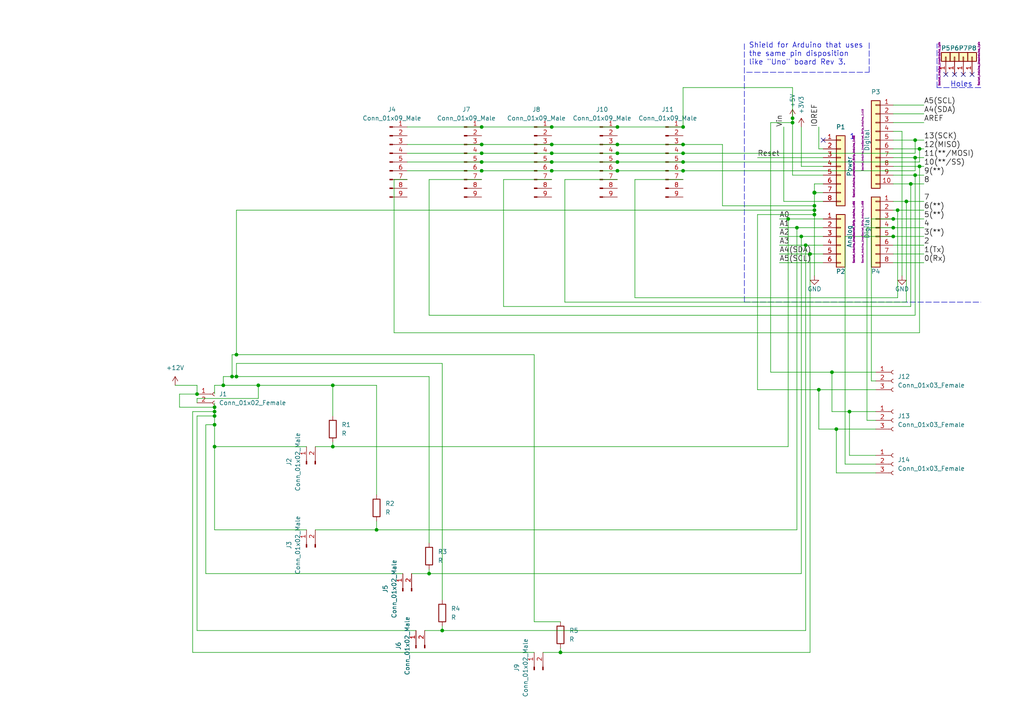
<source format=kicad_sch>
(kicad_sch (version 20211123) (generator eeschema)
  (paper "A4")
  (title_block (date "lun. 30 mars 2015"))
  (lib_symbols
    (symbol "Connector:Conn_01x02_Female" (pin_names (offset 1.016) hide)
      (property "Reference" "J" (at 0 2.54 0))
      (property "Value" "Conn_01x02_Female" (at 0 -5.08 0))
      (symbol "Conn_01x02_Female_1_1"
        (arc (start 0 -2.032) (mid -0.508 -2.54) (end 0 -3.048) (stroke (width 0.1524)))
        (polyline (pts (xy -1.27 -2.54) (xy -0.508 -2.54)) (stroke (width 0.1524)))
        (polyline (pts (xy -1.27 0) (xy -0.508 0)) (stroke (width 0.1524)))
        (arc (start 0 0.508) (mid -0.508 0) (end 0 -0.508) (stroke (width 0.1524)))
        (pin passive line (at -5.08 0 0) (length 3.81) (name "Pin_1") (number "1"))
        (pin passive line (at -5.08 -2.54 0) (length 3.81) (name "Pin_2") (number "2"))
      )
    )
    (symbol "Connector:Conn_01x02_Male" (pin_names (offset 1.016) hide)
      (property "Reference" "J" (at 0 2.54 0))
      (property "Value" "Conn_01x02_Male" (at 0 -5.08 0))
      (symbol "Conn_01x02_Male_1_1"
        (polyline (pts (xy 1.27 -2.54) (xy 0.8636 -2.54)) (stroke (width 0.1524)))
        (polyline (pts (xy 1.27 0) (xy 0.8636 0)) (stroke (width 0.1524)))
        (rectangle (start 0.8636 -2.413) (end 0 -2.667) (stroke (width 0.1524)) (fill (type outline)))
        (rectangle (start 0.8636 0.127) (end 0 -0.127) (stroke (width 0.1524)) (fill (type outline)))
        (pin passive line (at 5.08 0 180) (length 3.81) (name "Pin_1") (number "1"))
        (pin passive line (at 5.08 -2.54 180) (length 3.81) (name "Pin_2") (number "2"))
      )
    )
    (symbol "Connector:Conn_01x03_Female" (pin_names (offset 1.016) hide)
      (property "Reference" "J" (at 0 5.08 0))
      (property "Value" "Conn_01x03_Female" (at 0 -5.08 0))
      (symbol "Conn_01x03_Female_1_1"
        (arc (start 0 -2.032) (mid -0.508 -2.54) (end 0 -3.048) (stroke (width 0.1524)))
        (polyline (pts (xy -1.27 -2.54) (xy -0.508 -2.54)) (stroke (width 0.1524)))
        (polyline (pts (xy -1.27 0) (xy -0.508 0)) (stroke (width 0.1524)))
        (polyline (pts (xy -1.27 2.54) (xy -0.508 2.54)) (stroke (width 0.1524)))
        (arc (start 0 0.508) (mid -0.508 0) (end 0 -0.508) (stroke (width 0.1524)))
        (arc (start 0 3.048) (mid -0.508 2.54) (end 0 2.032) (stroke (width 0.1524)))
        (pin passive line (at -5.08 2.54 0) (length 3.81) (name "Pin_1") (number "1"))
        (pin passive line (at -5.08 0 0) (length 3.81) (name "Pin_2") (number "2"))
        (pin passive line (at -5.08 -2.54 0) (length 3.81) (name "Pin_3") (number "3"))
      )
    )
    (symbol "Connector:Conn_01x09_Male" (pin_names (offset 1.016) hide)
      (property "Reference" "J" (at 0 12.7 0))
      (property "Value" "Conn_01x09_Male" (at 0 -12.7 0))
      (symbol "Conn_01x09_Male_1_1"
        (polyline (pts (xy 1.27 -10.16) (xy 0.8636 -10.16)) (stroke (width 0.1524)))
        (polyline (pts (xy 1.27 -7.62) (xy 0.8636 -7.62)) (stroke (width 0.1524)))
        (polyline (pts (xy 1.27 -5.08) (xy 0.8636 -5.08)) (stroke (width 0.1524)))
        (polyline (pts (xy 1.27 -2.54) (xy 0.8636 -2.54)) (stroke (width 0.1524)))
        (polyline (pts (xy 1.27 0) (xy 0.8636 0)) (stroke (width 0.1524)))
        (polyline (pts (xy 1.27 2.54) (xy 0.8636 2.54)) (stroke (width 0.1524)))
        (polyline (pts (xy 1.27 5.08) (xy 0.8636 5.08)) (stroke (width 0.1524)))
        (polyline (pts (xy 1.27 7.62) (xy 0.8636 7.62)) (stroke (width 0.1524)))
        (polyline (pts (xy 1.27 10.16) (xy 0.8636 10.16)) (stroke (width 0.1524)))
        (rectangle (start 0.8636 -10.033) (end 0 -10.287) (stroke (width 0.1524)) (fill (type outline)))
        (rectangle (start 0.8636 -7.493) (end 0 -7.747) (stroke (width 0.1524)) (fill (type outline)))
        (rectangle (start 0.8636 -4.953) (end 0 -5.207) (stroke (width 0.1524)) (fill (type outline)))
        (rectangle (start 0.8636 -2.413) (end 0 -2.667) (stroke (width 0.1524)) (fill (type outline)))
        (rectangle (start 0.8636 0.127) (end 0 -0.127) (stroke (width 0.1524)) (fill (type outline)))
        (rectangle (start 0.8636 2.667) (end 0 2.413) (stroke (width 0.1524)) (fill (type outline)))
        (rectangle (start 0.8636 5.207) (end 0 4.953) (stroke (width 0.1524)) (fill (type outline)))
        (rectangle (start 0.8636 7.747) (end 0 7.493) (stroke (width 0.1524)) (fill (type outline)))
        (rectangle (start 0.8636 10.287) (end 0 10.033) (stroke (width 0.1524)) (fill (type outline)))
        (pin passive line (at 5.08 10.16 180) (length 3.81) (name "Pin_1") (number "1"))
        (pin passive line (at 5.08 7.62 180) (length 3.81) (name "Pin_2") (number "2"))
        (pin passive line (at 5.08 5.08 180) (length 3.81) (name "Pin_3") (number "3"))
        (pin passive line (at 5.08 2.54 180) (length 3.81) (name "Pin_4") (number "4"))
        (pin passive line (at 5.08 0 180) (length 3.81) (name "Pin_5") (number "5"))
        (pin passive line (at 5.08 -2.54 180) (length 3.81) (name "Pin_6") (number "6"))
        (pin passive line (at 5.08 -5.08 180) (length 3.81) (name "Pin_7") (number "7"))
        (pin passive line (at 5.08 -7.62 180) (length 3.81) (name "Pin_8") (number "8"))
        (pin passive line (at 5.08 -10.16 180) (length 3.81) (name "Pin_9") (number "9"))
      )
    )
    (symbol "Connector_Generic:Conn_01x01" (pin_names (offset 1.016) hide)
      (property "Reference" "J" (at 0 2.54 0))
      (property "Value" "Conn_01x01" (at 0 -2.54 0))
      (symbol "Conn_01x01_1_1"
        (rectangle (start -1.27 0.127) (end 0 -0.127) (stroke (width 0.1524)))
        (rectangle (start -1.27 1.27) (end 1.27 -1.27) (stroke (width 0.254)) (fill (type background)))
        (pin passive line (at -5.08 0 0) (length 3.81) (name "Pin_1") (number "1"))
      )
    )
    (symbol "Connector_Generic:Conn_01x06" (pin_names (offset 1.016) hide)
      (property "Reference" "J" (at 0 7.62 0))
      (property "Value" "Conn_01x06" (at 0 -10.16 0))
      (symbol "Conn_01x06_1_1"
        (rectangle (start -1.27 -7.493) (end 0 -7.747) (stroke (width 0.1524)))
        (rectangle (start -1.27 -4.953) (end 0 -5.207) (stroke (width 0.1524)))
        (rectangle (start -1.27 -2.413) (end 0 -2.667) (stroke (width 0.1524)))
        (rectangle (start -1.27 0.127) (end 0 -0.127) (stroke (width 0.1524)))
        (rectangle (start -1.27 2.667) (end 0 2.413) (stroke (width 0.1524)))
        (rectangle (start -1.27 5.207) (end 0 4.953) (stroke (width 0.1524)))
        (rectangle (start -1.27 6.35) (end 1.27 -8.89) (stroke (width 0.254)) (fill (type background)))
        (pin passive line (at -5.08 5.08 0) (length 3.81) (name "Pin_1") (number "1"))
        (pin passive line (at -5.08 2.54 0) (length 3.81) (name "Pin_2") (number "2"))
        (pin passive line (at -5.08 0 0) (length 3.81) (name "Pin_3") (number "3"))
        (pin passive line (at -5.08 -2.54 0) (length 3.81) (name "Pin_4") (number "4"))
        (pin passive line (at -5.08 -5.08 0) (length 3.81) (name "Pin_5") (number "5"))
        (pin passive line (at -5.08 -7.62 0) (length 3.81) (name "Pin_6") (number "6"))
      )
    )
    (symbol "Connector_Generic:Conn_01x08" (pin_names (offset 1.016) hide)
      (property "Reference" "J" (at 0 10.16 0))
      (property "Value" "Conn_01x08" (at 0 -12.7 0))
      (symbol "Conn_01x08_1_1"
        (rectangle (start -1.27 -10.033) (end 0 -10.287) (stroke (width 0.1524)))
        (rectangle (start -1.27 -7.493) (end 0 -7.747) (stroke (width 0.1524)))
        (rectangle (start -1.27 -4.953) (end 0 -5.207) (stroke (width 0.1524)))
        (rectangle (start -1.27 -2.413) (end 0 -2.667) (stroke (width 0.1524)))
        (rectangle (start -1.27 0.127) (end 0 -0.127) (stroke (width 0.1524)))
        (rectangle (start -1.27 2.667) (end 0 2.413) (stroke (width 0.1524)))
        (rectangle (start -1.27 5.207) (end 0 4.953) (stroke (width 0.1524)))
        (rectangle (start -1.27 7.747) (end 0 7.493) (stroke (width 0.1524)))
        (rectangle (start -1.27 8.89) (end 1.27 -11.43) (stroke (width 0.254)) (fill (type background)))
        (pin passive line (at -5.08 7.62 0) (length 3.81) (name "Pin_1") (number "1"))
        (pin passive line (at -5.08 5.08 0) (length 3.81) (name "Pin_2") (number "2"))
        (pin passive line (at -5.08 2.54 0) (length 3.81) (name "Pin_3") (number "3"))
        (pin passive line (at -5.08 0 0) (length 3.81) (name "Pin_4") (number "4"))
        (pin passive line (at -5.08 -2.54 0) (length 3.81) (name "Pin_5") (number "5"))
        (pin passive line (at -5.08 -5.08 0) (length 3.81) (name "Pin_6") (number "6"))
        (pin passive line (at -5.08 -7.62 0) (length 3.81) (name "Pin_7") (number "7"))
        (pin passive line (at -5.08 -10.16 0) (length 3.81) (name "Pin_8") (number "8"))
      )
    )
    (symbol "Connector_Generic:Conn_01x10" (pin_names (offset 1.016) hide)
      (property "Reference" "J" (at 0 12.7 0))
      (property "Value" "Conn_01x10" (at 0 -15.24 0))
      (symbol "Conn_01x10_1_1"
        (rectangle (start -1.27 -12.573) (end 0 -12.827) (stroke (width 0.1524)))
        (rectangle (start -1.27 -10.033) (end 0 -10.287) (stroke (width 0.1524)))
        (rectangle (start -1.27 -7.493) (end 0 -7.747) (stroke (width 0.1524)))
        (rectangle (start -1.27 -4.953) (end 0 -5.207) (stroke (width 0.1524)))
        (rectangle (start -1.27 -2.413) (end 0 -2.667) (stroke (width 0.1524)))
        (rectangle (start -1.27 0.127) (end 0 -0.127) (stroke (width 0.1524)))
        (rectangle (start -1.27 2.667) (end 0 2.413) (stroke (width 0.1524)))
        (rectangle (start -1.27 5.207) (end 0 4.953) (stroke (width 0.1524)))
        (rectangle (start -1.27 7.747) (end 0 7.493) (stroke (width 0.1524)))
        (rectangle (start -1.27 10.287) (end 0 10.033) (stroke (width 0.1524)))
        (rectangle (start -1.27 11.43) (end 1.27 -13.97) (stroke (width 0.254)) (fill (type background)))
        (pin passive line (at -5.08 10.16 0) (length 3.81) (name "Pin_1") (number "1"))
        (pin passive line (at -5.08 -12.7 0) (length 3.81) (name "Pin_10") (number "10"))
        (pin passive line (at -5.08 7.62 0) (length 3.81) (name "Pin_2") (number "2"))
        (pin passive line (at -5.08 5.08 0) (length 3.81) (name "Pin_3") (number "3"))
        (pin passive line (at -5.08 2.54 0) (length 3.81) (name "Pin_4") (number "4"))
        (pin passive line (at -5.08 0 0) (length 3.81) (name "Pin_5") (number "5"))
        (pin passive line (at -5.08 -2.54 0) (length 3.81) (name "Pin_6") (number "6"))
        (pin passive line (at -5.08 -5.08 0) (length 3.81) (name "Pin_7") (number "7"))
        (pin passive line (at -5.08 -7.62 0) (length 3.81) (name "Pin_8") (number "8"))
        (pin passive line (at -5.08 -10.16 0) (length 3.81) (name "Pin_9") (number "9"))
      )
    )
    (symbol "Device:R" (pin_numbers hide) (pin_names (offset 0))
      (property "Reference" "R" (at 2.032 0 90))
      (property "Value" "R" (at 0 0 90))
      (symbol "R_0_1"
        (rectangle (start -1.016 -2.54) (end 1.016 2.54) (stroke (width 0.254)))
      )
      (symbol "R_1_1"
        (pin passive line (at 0 3.81 270) (length 1.27) (name "~") (number "1"))
        (pin passive line (at 0 -3.81 90) (length 1.27) (name "~") (number "2"))
      )
    )
    (symbol "power:+12V" (power) (pin_names (offset 0))
      (property "Value" "+12V" (at 0 3.556 0))
      (symbol "+12V_0_1"
        (polyline (pts (xy -0.762 1.27) (xy 0 2.54)))
        (polyline (pts (xy 0 0) (xy 0 2.54)))
        (polyline (pts (xy 0 2.54) (xy 0.762 1.27)))
      )
      (symbol "+12V_1_1"
        (pin power_in line (at 0 0 90) (length 0) hide (name "+12V") (number "1"))
      )
    )
    (symbol "power:+3.3V" (power) (pin_names (offset 0))
      (property "Value" "+3.3V" (at 0 3.556 0))
      (symbol "+3.3V_0_1"
        (polyline (pts (xy -0.762 1.27) (xy 0 2.54)))
        (polyline (pts (xy 0 0) (xy 0 2.54)))
        (polyline (pts (xy 0 2.54) (xy 0.762 1.27)))
      )
      (symbol "+3.3V_1_1"
        (pin power_in line (at 0 0 90) (length 0) hide (name "+3V3") (number "1"))
      )
    )
    (symbol "power:+5V" (power) (pin_names (offset 0))
      (property "Value" "+5V" (at 0 3.556 0))
      (symbol "+5V_0_1"
        (polyline (pts (xy -0.762 1.27) (xy 0 2.54)))
        (polyline (pts (xy 0 0) (xy 0 2.54)))
        (polyline (pts (xy 0 2.54) (xy 0.762 1.27)))
      )
      (symbol "+5V_1_1"
        (pin power_in line (at 0 0 90) (length 0) hide (name "+5V") (number "1"))
      )
    )
    (symbol "power:GND" (power) (pin_names (offset 0))
      (property "Value" "GND" (at 0 -3.81 0))
      (symbol "GND_0_1"
        (polyline (pts (xy 0 0) (xy 0 -1.27) (xy 1.27 -1.27) (xy 0 -2.54) (xy -1.27 -1.27) (xy 0 -1.27)))
      )
      (symbol "GND_1_1"
        (pin power_in line (at 0 0 270) (length 0) hide (name "GND") (number "1"))
      )
    )
  )
  (junction (at 67.31 109.22))
  (junction (at 198.12 41.91))
  (junction (at 179.07 46.99))
  (junction (at 246.38 119.38))
  (junction (at 62.23 129.54))
  (junction (at 160.02 44.45))
  (junction (at 262.89 58.42))
  (junction (at 237.49 113.03))
  (junction (at 62.23 119.38))
  (junction (at 265.43 45.72))
  (junction (at 139.7 49.53))
  (junction (at 62.23 123.19))
  (junction (at 236.22 62.23))
  (junction (at 266.7 48.26))
  (junction (at 198.12 36.83))
  (junction (at 179.07 36.83))
  (junction (at 242.57 124.46))
  (junction (at 234.95 73.66))
  (junction (at 198.12 49.53))
  (junction (at 62.23 118.11))
  (junction (at 198.12 44.45))
  (junction (at 68.58 102.87))
  (junction (at 229.87 35.56))
  (junction (at 179.07 41.91))
  (junction (at 74.93 111.76))
  (junction (at 139.7 41.91))
  (junction (at 109.22 153.67))
  (junction (at 162.56 189.23))
  (junction (at 128.27 182.88))
  (junction (at 179.07 49.53))
  (junction (at 96.52 129.54))
  (junction (at 265.43 40.64))
  (junction (at 236.22 60.96))
  (junction (at 139.7 46.99))
  (junction (at 241.3 107.95))
  (junction (at 160.02 41.91))
  (junction (at 231.14 66.04))
  (junction (at 259.08 68.58))
  (junction (at 266.7 43.18))
  (junction (at 236.22 59.69))
  (junction (at 139.7 44.45))
  (junction (at 236.22 55.88) (diameter 1.016))
  (junction (at 160.02 49.53))
  (junction (at 260.35 60.96))
  (junction (at 229.87 34.29))
  (junction (at 64.77 111.76))
  (junction (at 160.02 46.99))
  (junction (at 259.08 63.5))
  (junction (at 228.6 63.5))
  (junction (at 232.41 68.58))
  (junction (at 259.08 66.04))
  (junction (at 179.07 44.45))
  (junction (at 198.12 46.99))
  (junction (at 96.52 111.76))
  (junction (at 233.68 71.12))
  (junction (at 57.15 114.3))
  (junction (at 68.58 109.22))
  (junction (at 124.46 166.37))
  (junction (at 139.7 36.83))
  (junction (at 160.02 36.83))
  (junction (at 265.43 50.8))
  (junction (at 264.16 53.34))
  (junction (at 62.23 120.65))
  (no_connect (at 279.4 21.59))
  (no_connect (at 274.32 21.59))
  (no_connect (at 276.86 21.59))
  (no_connect (at 281.94 21.59))
  (no_connect (at 238.76 40.64))
  (wire (pts (xy 59.69 166.37) (xy 59.69 123.19)))
  (wire (pts (xy 114.3 52.07) (xy 114.3 96.52)))
  (wire (pts (xy 68.58 109.22) (xy 67.31 109.22)))
  (wire (pts (xy 242.57 124.46) (xy 237.49 124.46)))
  (wire (pts (xy 118.11 41.91) (xy 139.7 41.91)))
  (wire (pts (xy 238.76 48.26) (xy 232.41 48.26)))
  (wire (pts (xy 179.07 41.91) (xy 198.12 41.91)))
  (wire (pts (xy 238.76 71.12) (xy 233.68 71.12)))
  (wire (pts (xy 114.3 96.52) (xy 266.7 96.52)))
  (wire (pts (xy 57.15 114.3) (xy 52.07 114.3)))
  (wire (pts (xy 254 110.49) (xy 252.73 110.49)))
  (polyline (pts (xy 252.095 20.955) (xy 252.095 12.065)) (stroke (width 0) (type dash)))
  (wire (pts (xy 179.07 52.07) (xy 163.83 52.07)))
  (wire (pts (xy 259.08 63.5) (xy 267.97 63.5)))
  (wire (pts (xy 251.46 121.92) (xy 251.46 66.04)))
  (wire (pts (xy 237.49 113.03) (xy 219.71 113.03)))
  (wire (pts (xy 57.15 116.84) (xy 57.15 115.57)))
  (wire (pts (xy 184.15 86.36) (xy 260.35 86.36)))
  (wire (pts (xy 96.52 111.76) (xy 96.52 120.65)))
  (wire (pts (xy 232.41 68.58) (xy 226.06 68.58)))
  (wire (pts (xy 124.46 166.37) (xy 232.41 166.37)))
  (wire (pts (xy 62.23 123.19) (xy 62.23 129.54)))
  (wire (pts (xy 254 134.62) (xy 245.11 134.62)))
  (wire (pts (xy 265.43 44.45) (xy 265.43 40.64)))
  (wire (pts (xy 128.27 182.88) (xy 233.68 182.88)))
  (wire (pts (xy 124.46 52.07) (xy 124.46 91.44)))
  (wire (pts (xy 266.7 43.18) (xy 267.97 43.18)))
  (wire (pts (xy 154.94 180.34) (xy 162.56 180.34)))
  (wire (pts (xy 262.89 87.63) (xy 262.89 58.42)))
  (wire (pts (xy 139.7 52.07) (xy 124.46 52.07)))
  (wire (pts (xy 55.88 119.38) (xy 62.23 119.38)))
  (wire (pts (xy 64.77 111.76) (xy 62.23 111.76)))
  (wire (pts (xy 254 121.92) (xy 251.46 121.92)))
  (wire (pts (xy 57.15 120.65) (xy 62.23 120.65)))
  (wire (pts (xy 160.02 44.45) (xy 179.07 44.45)))
  (wire (pts (xy 62.23 129.54) (xy 62.23 153.67)))
  (wire (pts (xy 139.7 41.91) (xy 160.02 41.91)))
  (wire (pts (xy 236.22 53.34) (xy 236.22 55.88)))
  (wire (pts (xy 229.87 35.56) (xy 229.87 50.8)))
  (wire (pts (xy 233.68 71.12) (xy 226.06 71.12)))
  (wire (pts (xy 160.02 52.07) (xy 146.05 52.07)))
  (wire (pts (xy 62.23 153.67) (xy 88.9 153.67)))
  (wire (pts (xy 162.56 189.23) (xy 234.95 189.23)))
  (wire (pts (xy 266.7 46.99) (xy 266.7 43.18)))
  (wire (pts (xy 259.08 43.18) (xy 266.7 43.18)))
  (wire (pts (xy 265.43 91.44) (xy 265.43 50.8)))
  (wire (pts (xy 160.02 41.91) (xy 179.07 41.91)))
  (wire (pts (xy 261.62 38.1) (xy 261.62 80.01)))
  (wire (pts (xy 238.76 53.34) (xy 236.22 53.34)))
  (wire (pts (xy 236.22 60.96) (xy 236.22 62.23)))
  (wire (pts (xy 123.19 182.88) (xy 128.27 182.88)))
  (wire (pts (xy 109.22 153.67) (xy 109.22 151.13)))
  (wire (pts (xy 55.88 189.23) (xy 154.94 189.23)))
  (wire (pts (xy 236.22 62.23) (xy 236.22 80.01)))
  (wire (pts (xy 234.95 73.66) (xy 226.06 73.66)))
  (wire (pts (xy 57.15 111.76) (xy 57.15 114.3)))
  (wire (pts (xy 198.12 52.07) (xy 184.15 52.07)))
  (wire (pts (xy 231.14 66.04) (xy 226.06 66.04)))
  (wire (pts (xy 236.22 59.69) (xy 236.22 60.96)))
  (wire (pts (xy 74.93 115.57) (xy 74.93 111.76)))
  (wire (pts (xy 246.38 119.38) (xy 241.3 119.38)))
  (wire (pts (xy 241.3 107.95) (xy 223.52 107.95)))
  (wire (pts (xy 264.16 53.34) (xy 267.97 53.34)))
  (wire (pts (xy 219.71 62.23) (xy 236.22 62.23)))
  (wire (pts (xy 128.27 182.88) (xy 128.27 181.61)))
  (wire (pts (xy 259.08 53.34) (xy 264.16 53.34)))
  (wire (pts (xy 237.49 43.18) (xy 238.76 43.18)))
  (wire (pts (xy 124.46 91.44) (xy 265.43 91.44)))
  (wire (pts (xy 266.7 96.52) (xy 266.7 48.26)))
  (wire (pts (xy 238.76 50.8) (xy 229.87 50.8)))
  (wire (pts (xy 241.3 119.38) (xy 241.3 107.95)))
  (wire (pts (xy 229.87 25.4) (xy 198.12 25.4)))
  (wire (pts (xy 260.35 86.36) (xy 260.35 60.96)))
  (wire (pts (xy 198.12 46.99) (xy 266.7 46.99)))
  (wire (pts (xy 254 107.95) (xy 241.3 107.95)))
  (wire (pts (xy 139.7 49.53) (xy 160.02 49.53)))
  (wire (pts (xy 62.23 120.65) (xy 62.23 123.19)))
  (wire (pts (xy 254 132.08) (xy 246.38 132.08)))
  (wire (pts (xy 259.08 40.64) (xy 265.43 40.64)))
  (wire (pts (xy 160.02 46.99) (xy 179.07 46.99)))
  (wire (pts (xy 139.7 46.99) (xy 160.02 46.99)))
  (wire (pts (xy 179.07 49.53) (xy 198.12 49.53)))
  (wire (pts (xy 259.08 58.42) (xy 262.89 58.42)))
  (wire (pts (xy 238.76 66.04) (xy 231.14 66.04)))
  (wire (pts (xy 219.71 113.03) (xy 219.71 62.23)))
  (wire (pts (xy 259.08 30.48) (xy 267.97 30.48)))
  (wire (pts (xy 139.7 44.45) (xy 160.02 44.45)))
  (wire (pts (xy 179.07 44.45) (xy 198.12 44.45)))
  (wire (pts (xy 118.11 36.83) (xy 139.7 36.83)))
  (wire (pts (xy 62.23 118.11) (xy 62.23 119.38)))
  (wire (pts (xy 259.08 71.12) (xy 267.97 71.12)))
  (wire (pts (xy 96.52 129.54) (xy 228.6 129.54)))
  (wire (pts (xy 157.48 189.23) (xy 162.56 189.23)))
  (wire (pts (xy 62.23 111.76) (xy 62.23 114.3)))
  (wire (pts (xy 242.57 137.16) (xy 242.57 124.46)))
  (wire (pts (xy 265.43 45.72) (xy 267.97 45.72)))
  (wire (pts (xy 118.11 44.45) (xy 139.7 44.45)))
  (wire (pts (xy 242.57 137.16) (xy 254 137.16)))
  (wire (pts (xy 238.76 58.42) (xy 227.33 58.42)))
  (wire (pts (xy 52.07 118.11) (xy 62.23 118.11)))
  (wire (pts (xy 237.49 124.46) (xy 237.49 113.03)))
  (wire (pts (xy 68.58 105.41) (xy 68.58 109.22)))
  (wire (pts (xy 68.58 102.87) (xy 67.31 102.87)))
  (wire (pts (xy 59.69 166.37) (xy 116.84 166.37)))
  (wire (pts (xy 62.23 119.38) (xy 62.23 120.65)))
  (wire (pts (xy 198.12 41.91) (xy 209.55 41.91)))
  (wire (pts (xy 118.11 52.07) (xy 114.3 52.07)))
  (wire (pts (xy 55.88 189.23) (xy 55.88 119.38)))
  (wire (pts (xy 163.83 87.63) (xy 262.89 87.63)))
  (wire (pts (xy 119.38 166.37) (xy 124.46 166.37)))
  (wire (pts (xy 228.6 63.5) (xy 226.06 63.5)))
  (wire (pts (xy 265.43 40.64) (xy 267.97 40.64)))
  (wire (pts (xy 160.02 36.83) (xy 179.07 36.83)))
  (wire (pts (xy 238.76 63.5) (xy 228.6 63.5)))
  (wire (pts (xy 96.52 111.76) (xy 74.93 111.76)))
  (wire (pts (xy 67.31 102.87) (xy 67.31 109.22)))
  (wire (pts (xy 265.43 50.8) (xy 267.97 50.8)))
  (wire (pts (xy 259.08 45.72) (xy 265.43 45.72)))
  (wire (pts (xy 124.46 166.37) (xy 124.46 165.1)))
  (wire (pts (xy 238.76 73.66) (xy 234.95 73.66)))
  (wire (pts (xy 254 113.03) (xy 237.49 113.03)))
  (wire (pts (xy 146.05 88.9) (xy 264.16 88.9)))
  (wire (pts (xy 254 119.38) (xy 246.38 119.38)))
  (polyline (pts (xy 284.48 25.4) (xy 271.78 25.4)) (stroke (width 0) (type dash)))
  (wire (pts (xy 109.22 111.76) (xy 96.52 111.76)))
  (wire (pts (xy 184.15 52.07) (xy 184.15 86.36)))
  (wire (pts (xy 57.15 182.88) (xy 120.65 182.88)))
  (wire (pts (xy 265.43 49.53) (xy 265.43 45.72)))
  (wire (pts (xy 50.8 111.76) (xy 57.15 111.76)))
  (wire (pts (xy 238.76 45.72) (xy 219.71 45.72)))
  (wire (pts (xy 259.08 38.1) (xy 261.62 38.1)))
  (wire (pts (xy 238.76 55.88) (xy 236.22 55.88)))
  (wire (pts (xy 57.15 182.88) (xy 57.15 120.65)))
  (wire (pts (xy 259.08 50.8) (xy 265.43 50.8)))
  (wire (pts (xy 162.56 189.23) (xy 162.56 187.96)))
  (wire (pts (xy 252.73 63.5) (xy 259.08 63.5)))
  (wire (pts (xy 160.02 49.53) (xy 179.07 49.53)))
  (wire (pts (xy 236.22 55.88) (xy 236.22 59.69)))
  (wire (pts (xy 260.35 60.96) (xy 267.97 60.96)))
  (wire (pts (xy 246.38 132.08) (xy 246.38 119.38)))
  (wire (pts (xy 96.52 129.54) (xy 96.52 128.27)))
  (wire (pts (xy 227.33 58.42) (xy 227.33 36.83)))
  (wire (pts (xy 236.22 60.96) (xy 68.58 60.96)))
  (wire (pts (xy 124.46 109.22) (xy 68.58 109.22)))
  (wire (pts (xy 139.7 36.83) (xy 160.02 36.83)))
  (wire (pts (xy 109.22 111.76) (xy 109.22 143.51)))
  (wire (pts (xy 91.44 153.67) (xy 109.22 153.67)))
  (polyline (pts (xy 215.9 87.63) (xy 284.48 87.63)) (stroke (width 0) (type dash)))
  (wire (pts (xy 259.08 68.58) (xy 267.97 68.58)))
  (wire (pts (xy 251.46 66.04) (xy 259.08 66.04)))
  (wire (pts (xy 252.73 110.49) (xy 252.73 63.5)))
  (wire (pts (xy 109.22 153.67) (xy 231.14 153.67)))
  (wire (pts (xy 91.44 129.54) (xy 96.52 129.54)))
  (wire (pts (xy 223.52 35.56) (xy 229.87 35.56)))
  (wire (pts (xy 163.83 52.07) (xy 163.83 87.63)))
  (wire (pts (xy 264.16 88.9) (xy 264.16 53.34)))
  (wire (pts (xy 238.76 76.2) (xy 226.06 76.2)))
  (wire (pts (xy 198.12 49.53) (xy 265.43 49.53)))
  (wire (pts (xy 64.77 109.22) (xy 64.77 111.76)))
  (wire (pts (xy 179.07 36.83) (xy 198.12 36.83)))
  (wire (pts (xy 259.08 73.66) (xy 267.97 73.66)))
  (polyline (pts (xy 271.78 25.4) (xy 271.78 12.7)) (stroke (width 0) (type dash)))
  (wire (pts (xy 231.14 153.67) (xy 231.14 66.04)))
  (wire (pts (xy 245.11 68.58) (xy 259.08 68.58)))
  (wire (pts (xy 124.46 109.22) (xy 124.46 157.48)))
  (wire (pts (xy 198.12 25.4) (xy 198.12 36.83)))
  (wire (pts (xy 259.08 60.96) (xy 260.35 60.96)))
  (wire (pts (xy 59.69 123.19) (xy 62.23 123.19)))
  (wire (pts (xy 254 124.46) (xy 242.57 124.46)))
  (wire (pts (xy 179.07 46.99) (xy 198.12 46.99)))
  (wire (pts (xy 229.87 25.4) (xy 229.87 34.29)))
  (wire (pts (xy 209.55 59.69) (xy 236.22 59.69)))
  (wire (pts (xy 52.07 114.3) (xy 52.07 118.11)))
  (wire (pts (xy 154.94 180.34) (xy 154.94 102.87)))
  (wire (pts (xy 245.11 134.62) (xy 245.11 68.58)))
  (wire (pts (xy 62.23 116.84) (xy 62.23 118.11)))
  (wire (pts (xy 259.08 33.02) (xy 267.97 33.02)))
  (wire (pts (xy 266.7 48.26) (xy 267.97 48.26)))
  (wire (pts (xy 57.15 115.57) (xy 74.93 115.57)))
  (wire (pts (xy 209.55 41.91) (xy 209.55 59.69)))
  (wire (pts (xy 259.08 35.56) (xy 267.97 35.56)))
  (wire (pts (xy 233.68 182.88) (xy 233.68 71.12)))
  (wire (pts (xy 67.31 109.22) (xy 64.77 109.22)))
  (wire (pts (xy 223.52 107.95) (xy 223.52 35.56)))
  (polyline (pts (xy 215.9 12.7) (xy 215.9 87.63)) (stroke (width 0) (type dash)))
  (wire (pts (xy 128.27 105.41) (xy 128.27 173.99)))
  (wire (pts (xy 262.89 58.42) (xy 267.97 58.42)))
  (wire (pts (xy 228.6 129.54) (xy 228.6 63.5)))
  (wire (pts (xy 232.41 48.26) (xy 232.41 36.83)))
  (wire (pts (xy 237.49 36.83) (xy 237.49 43.18)))
  (wire (pts (xy 232.41 166.37) (xy 232.41 68.58)))
  (wire (pts (xy 62.23 129.54) (xy 88.9 129.54)))
  (wire (pts (xy 259.08 76.2) (xy 267.97 76.2)))
  (wire (pts (xy 74.93 111.76) (xy 64.77 111.76)))
  (wire (pts (xy 234.95 189.23) (xy 234.95 73.66)))
  (wire (pts (xy 259.08 48.26) (xy 266.7 48.26)))
  (wire (pts (xy 154.94 102.87) (xy 68.58 102.87)))
  (wire (pts (xy 118.11 49.53) (xy 139.7 49.53)))
  (wire (pts (xy 128.27 105.41) (xy 68.58 105.41)))
  (wire (pts (xy 198.12 44.45) (xy 265.43 44.45)))
  (wire (pts (xy 118.11 46.99) (xy 139.7 46.99)))
  (wire (pts (xy 68.58 60.96) (xy 68.58 102.87)))
  (wire (pts (xy 238.76 68.58) (xy 232.41 68.58)))
  (wire (pts (xy 146.05 52.07) (xy 146.05 88.9)))
  (wire (pts (xy 229.87 34.29) (xy 229.87 35.56)))
  (polyline (pts (xy 216.535 20.955) (xy 252.095 20.955)) (stroke (width 0) (type dash)))
  (wire (pts (xy 259.08 66.04) (xy 267.97 66.04)))
  (text "Holes" (at 275.59 25.4 0) (effects (font (size 1.524 1.524)) (justify left bottom)))
  (text "Shield for Arduino that uses\nthe same pin disposition\nlike \"Uno\" board Rev 3." (at 217.17 19.05 0) (effects (font (size 1.524 1.524)) (justify left bottom)))
  (text "1" (at 246.38 40.64 0) (effects (font (size 1.524 1.524)) (justify left bottom)))
  (label "Vin" (at 227.33 36.83 90) (effects (font (size 1.524 1.524))))
  (label "0(Rx)" (at 267.97 76.2 0) (effects (font (size 1.524 1.524))))
  (label "A4(SDA)" (at 226.06 73.66 0) (effects (font (size 1.524 1.524))))
  (label "4" (at 267.97 66.04 0) (effects (font (size 1.524 1.524))))
  (label "5(**)" (at 267.97 63.5 0) (effects (font (size 1.524 1.524))))
  (label "A2" (at 226.06 68.58 0) (effects (font (size 1.524 1.524))))
  (label "A5(SCL)" (at 226.06 76.2 0) (effects (font (size 1.524 1.524))))
  (label "A0" (at 226.06 63.5 0) (effects (font (size 1.524 1.524))))
  (label "A1" (at 226.06 66.04 0) (effects (font (size 1.524 1.524))))
  (label "10(**/SS)" (at 267.97 48.26 0) (effects (font (size 1.524 1.524))))
  (label "13(SCK)" (at 267.97 40.64 0) (effects (font (size 1.524 1.524))))
  (label "7" (at 267.97 58.42 0) (effects (font (size 1.524 1.524))))
  (label "A4(SDA)" (at 267.97 33.02 0) (effects (font (size 1.524 1.524))))
  (label "A3" (at 226.06 71.12 0) (effects (font (size 1.524 1.524))))
  (label "Reset" (at 219.71 45.72 0) (effects (font (size 1.524 1.524))))
  (label "2" (at 267.97 71.12 0) (effects (font (size 1.524 1.524))))
  (label "12(MISO)" (at 267.97 43.18 0) (effects (font (size 1.524 1.524))))
  (label "3(**)" (at 267.97 68.58 0) (effects (font (size 1.524 1.524))))
  (label "9(**)" (at 267.97 50.8 0) (effects (font (size 1.524 1.524))))
  (label "8" (at 267.97 53.34 0) (effects (font (size 1.524 1.524))))
  (label "A5(SCL)" (at 267.97 30.48 0) (effects (font (size 1.524 1.524))))
  (label "IOREF" (at 237.49 36.83 90) (effects (font (size 1.524 1.524))))
  (label "AREF" (at 267.97 35.56 0) (effects (font (size 1.524 1.524))))
  (label "11(**/MOSI)" (at 267.97 45.72 0) (effects (font (size 1.524 1.524))))
  (label "1(Tx)" (at 267.97 73.66 0) (effects (font (size 1.524 1.524))))
  (label "6(**)" (at 267.97 60.96 0) (effects (font (size 1.524 1.524))))
  (symbol (lib_id "Connector_Generic:Conn_01x08") (at 243.84 48.26 0) (unit 1)
    (property "Reference" "P1" (at 243.84 36.83 0))
    (property "Value" "Power" (at 246.38 48.26 90))
    (property "Footprint" "Socket_Arduino_Uno:Socket_Strip_Arduino_1x08" (at 247.65 48.26 90) (effects (font (size 0.508 0.508))))
  )
  (symbol (lib_id "power:+3.3V") (at 232.41 36.83 0) (unit 1)
    (property "Reference" "#PWR01" (effects hide))
    (property "Value" "+3.3V" (at 232.41 30.48 90))
  )
  (symbol (lib_id "power:+5V") (at 229.87 34.29 0) (unit 1)
    (property "Reference" "#PWR02" (effects hide))
    (property "Value" "+5V" (at 229.87 29.21 90))
  )
  (symbol (lib_id "power:GND") (at 236.22 80.01 0) (unit 1)
    (property "Reference" "#PWR03" (effects hide))
    (property "Value" "GND" (at 236.22 83.82 0))
  )
  (symbol (lib_id "power:GND") (at 261.62 80.01 0) (unit 1)
    (property "Reference" "#PWR04" (effects hide))
    (property "Value" "GND" (at 261.62 83.82 0))
  )
  (symbol (lib_id "Connector_Generic:Conn_01x06") (at 243.84 68.58 0) (unit 1)
    (property "Reference" "P2" (at 243.84 78.74 0))
    (property "Value" "Analog" (at 246.38 68.58 90))
    (property "Footprint" "Socket_Arduino_Uno:Socket_Strip_Arduino_1x06" (at 247.65 67.31 90) (effects (font (size 0.508 0.508))))
  )
  (symbol (lib_id "Connector_Generic:Conn_01x01") (at 274.32 16.51 90) (unit 1)
    (property "Reference" "P5" (at 274.32 13.97 90))
    (property "Value" "CONN_01X01" (effects hide))
    (property "Footprint" "Socket_Arduino_Uno:Arduino_1pin" (at 272.4404 18.5166 0) (effects (font (size 0.508 0.508))))
  )
  (symbol (lib_id "Connector_Generic:Conn_01x01") (at 276.86 16.51 90) (unit 1)
    (property "Reference" "P6" (at 276.86 13.97 90))
    (property "Value" "CONN_01X01" (effects hide))
    (property "Footprint" "Socket_Arduino_Uno:Arduino_1pin" (effects hide))
  )
  (symbol (lib_id "Connector_Generic:Conn_01x01") (at 279.4 16.51 90) (unit 1)
    (property "Reference" "P7" (at 279.4 13.97 90))
    (property "Value" "CONN_01X01" (effects hide))
    (property "Footprint" "Socket_Arduino_Uno:Arduino_1pin" (effects hide))
  )
  (symbol (lib_id "Connector_Generic:Conn_01x01") (at 281.94 16.51 90) (unit 1)
    (property "Reference" "P8" (at 281.94 13.97 90))
    (property "Value" "CONN_01X01" (effects hide))
    (property "Footprint" "Socket_Arduino_Uno:Arduino_1pin" (at 283.9212 18.4404 0) (effects (font (size 0.508 0.508))))
  )
  (symbol (lib_id "Connector_Generic:Conn_01x08") (at 254 66.04 0) (mirror y) (unit 1)
    (property "Reference" "P4" (at 254 78.74 0))
    (property "Value" "Digital" (at 251.46 66.04 90))
    (property "Footprint" "Socket_Arduino_Uno:Socket_Strip_Arduino_1x08" (at 250.19 67.31 90) (effects (font (size 0.508 0.508))))
  )
  (symbol (lib_id "Connector_Generic:Conn_01x10") (at 254 40.64 0) (mirror y) (unit 1)
    (property "Reference" "P3" (at 254 26.67 0))
    (property "Value" "Digital" (at 251.46 40.64 90))
    (property "Footprint" "Socket_Arduino_Uno:Socket_Strip_Arduino_1x10" (at 250.19 40.64 90) (effects (font (size 0.508 0.508))))
  )
  (symbol (lib_id "Connector:Conn_01x02_Male") (at 154.94 194.31 90) (unit 1)
    (property "Reference" "J9" (at 149.86 193.675 0))
    (property "Value" "Conn_01x02_Male" (at 152.4 193.675 0))
    (property "Footprint" "Connector_PinHeader_2.54mm:PinHeader_1x02_P2.54mm_Vertical" (effects hide))
  )
  (symbol (lib_id "Connector:Conn_01x02_Male") (at 120.65 187.96 90) (unit 1)
    (property "Reference" "J6" (at 115.57 187.325 0))
    (property "Value" "Conn_01x02_Male" (at 118.11 187.325 0))
    (property "Footprint" "Connector_PinHeader_2.54mm:PinHeader_1x02_P2.54mm_Vertical" (effects hide))
  )
  (symbol (lib_id "Device:R") (at 162.56 184.15 0) (unit 1)
    (property "Reference" "R5" (at 165.1 182.8799 0) (effects (justify left)))
    (property "Value" "R" (at 165.1 185.4199 0) (effects (justify left)))
    (property "Footprint" "Resistor_THT:R_Axial_DIN0207_L6.3mm_D2.5mm_P10.16mm_Horizontal" (effects hide))
  )
  (symbol (lib_id "Connector:Conn_01x02_Male") (at 116.84 171.45 90) (unit 1)
    (property "Reference" "J5" (at 111.76 170.815 0))
    (property "Value" "Conn_01x02_Male" (at 114.3 170.815 0))
    (property "Footprint" "Connector_PinHeader_2.54mm:PinHeader_1x02_P2.54mm_Vertical" (effects hide))
  )
  (symbol (lib_id "Connector:Conn_01x09_Male") (at 154.94 46.99 0) (unit 1)
    (property "Reference" "J8" (at 155.575 31.75 0))
    (property "Value" "Conn_01x09_Male" (at 155.575 34.29 0))
    (property "Footprint" "Connector_PinHeader_2.54mm:PinHeader_1x09_P2.54mm_Vertical" (effects hide))
  )
  (symbol (lib_id "Connector:Conn_01x09_Male") (at 193.04 46.99 0) (unit 1)
    (property "Reference" "J11" (at 193.675 31.75 0))
    (property "Value" "Conn_01x09_Male" (at 193.675 34.29 0))
    (property "Footprint" "Connector_PinHeader_2.54mm:PinHeader_1x09_P2.54mm_Vertical" (effects hide))
  )
  (symbol (lib_id "Device:R") (at 109.22 147.32 0) (unit 1)
    (property "Reference" "R2" (at 111.76 146.0499 0) (effects (justify left)))
    (property "Value" "R" (at 111.76 148.5899 0) (effects (justify left)))
    (property "Footprint" "Resistor_THT:R_Axial_DIN0207_L6.3mm_D2.5mm_P10.16mm_Horizontal" (effects hide))
  )
  (symbol (lib_id "Connector:Conn_01x02_Male") (at 88.9 134.62 90) (unit 1)
    (property "Reference" "J2" (at 83.82 133.985 0))
    (property "Value" "Conn_01x02_Male" (at 86.36 133.985 0))
    (property "Footprint" "Connector_PinHeader_2.54mm:PinHeader_1x02_P2.54mm_Vertical" (effects hide))
  )
  (symbol (lib_id "Device:R") (at 96.52 124.46 0) (unit 1)
    (property "Reference" "R1" (at 99.06 123.1899 0) (effects (justify left)))
    (property "Value" "R" (at 99.06 125.7299 0) (effects (justify left)))
    (property "Footprint" "Resistor_THT:R_Axial_DIN0207_L6.3mm_D2.5mm_P10.16mm_Horizontal" (effects hide))
  )
  (symbol (lib_id "Connector:Conn_01x02_Female") (at 62.23 114.3 0) (unit 1)
    (property "Reference" "J1" (at 63.5 114.2999 0) (effects (justify left)))
    (property "Value" "Conn_01x02_Female" (at 63.5 116.8399 0) (effects (justify left)))
    (property "Footprint" "Connector_PinHeader_2.54mm:PinHeader_1x02_P2.54mm_Vertical" (effects hide))
  )
  (symbol (lib_id "Connector:Conn_01x03_Female") (at 259.08 121.92 0) (unit 1)
    (property "Reference" "J13" (at 260.35 120.6499 0) (effects (justify left)))
    (property "Value" "Conn_01x03_Female" (at 260.35 123.1899 0) (effects (justify left)))
    (property "Footprint" "Connector_PinHeader_2.54mm:PinHeader_1x03_P2.54mm_Vertical" (effects hide))
  )
  (symbol (lib_id "Connector:Conn_01x03_Female") (at 259.08 134.62 0) (unit 1)
    (property "Reference" "J14" (at 260.35 133.3499 0) (effects (justify left)))
    (property "Value" "Conn_01x03_Female" (at 260.35 135.8899 0) (effects (justify left)))
    (property "Footprint" "Connector_PinHeader_2.54mm:PinHeader_1x03_P2.54mm_Vertical" (effects hide))
  )
  (symbol (lib_id "Device:R") (at 128.27 177.8 0) (unit 1)
    (property "Reference" "R4" (at 130.81 176.5299 0) (effects (justify left)))
    (property "Value" "R" (at 130.81 179.0699 0) (effects (justify left)))
    (property "Footprint" "Resistor_THT:R_Axial_DIN0207_L6.3mm_D2.5mm_P10.16mm_Horizontal" (effects hide))
  )
  (symbol (lib_id "power:+12V") (at 50.8 111.76 0) (unit 1)
    (property "Reference" "#PWR0101" (effects hide))
    (property "Value" "+12V" (at 50.8 106.68 0))
  )
  (symbol (lib_id "Device:R") (at 124.46 161.29 0) (unit 1)
    (property "Reference" "R3" (at 127 160.0199 0) (effects (justify left)))
    (property "Value" "R" (at 127 162.5599 0) (effects (justify left)))
    (property "Footprint" "Resistor_THT:R_Axial_DIN0207_L6.3mm_D2.5mm_P10.16mm_Horizontal" (effects hide))
  )
  (symbol (lib_id "Connector:Conn_01x09_Male") (at 173.99 46.99 0) (unit 1)
    (property "Reference" "J10" (at 174.625 31.75 0))
    (property "Value" "Conn_01x09_Male" (at 174.625 34.29 0))
    (property "Footprint" "Connector_PinHeader_2.54mm:PinHeader_1x09_P2.54mm_Vertical" (effects hide))
  )
  (symbol (lib_id "Connector:Conn_01x09_Male") (at 134.62 46.99 0) (unit 1)
    (property "Reference" "J7" (at 135.255 31.75 0))
    (property "Value" "Conn_01x09_Male" (at 135.255 34.29 0))
    (property "Footprint" "Connector_PinHeader_2.54mm:PinHeader_1x09_P2.54mm_Vertical" (effects hide))
  )
  (symbol (lib_id "Connector:Conn_01x09_Male") (at 113.03 46.99 0) (unit 1)
    (property "Reference" "J4" (at 113.665 31.75 0))
    (property "Value" "Conn_01x09_Male" (at 113.665 34.29 0))
    (property "Footprint" "Connector_PinHeader_2.54mm:PinHeader_1x09_P2.54mm_Vertical" (effects hide))
  )
  (symbol (lib_id "Connector:Conn_01x02_Male") (at 88.9 158.75 90) (unit 1)
    (property "Reference" "J3" (at 83.82 158.115 0))
    (property "Value" "Conn_01x02_Male" (at 86.36 158.115 0))
    (property "Footprint" "Connector_PinHeader_2.54mm:PinHeader_1x02_P2.54mm_Vertical" (effects hide))
  )
  (symbol (lib_id "Connector:Conn_01x03_Female") (at 259.08 110.49 0) (unit 1)
    (property "Reference" "J12" (at 260.35 109.2199 0) (effects (justify left)))
    (property "Value" "Conn_01x03_Female" (at 260.35 111.7599 0) (effects (justify left)))
    (property "Footprint" "Connector_PinHeader_2.54mm:PinHeader_1x03_P2.54mm_Vertical" (effects hide))
  )
)
</source>
